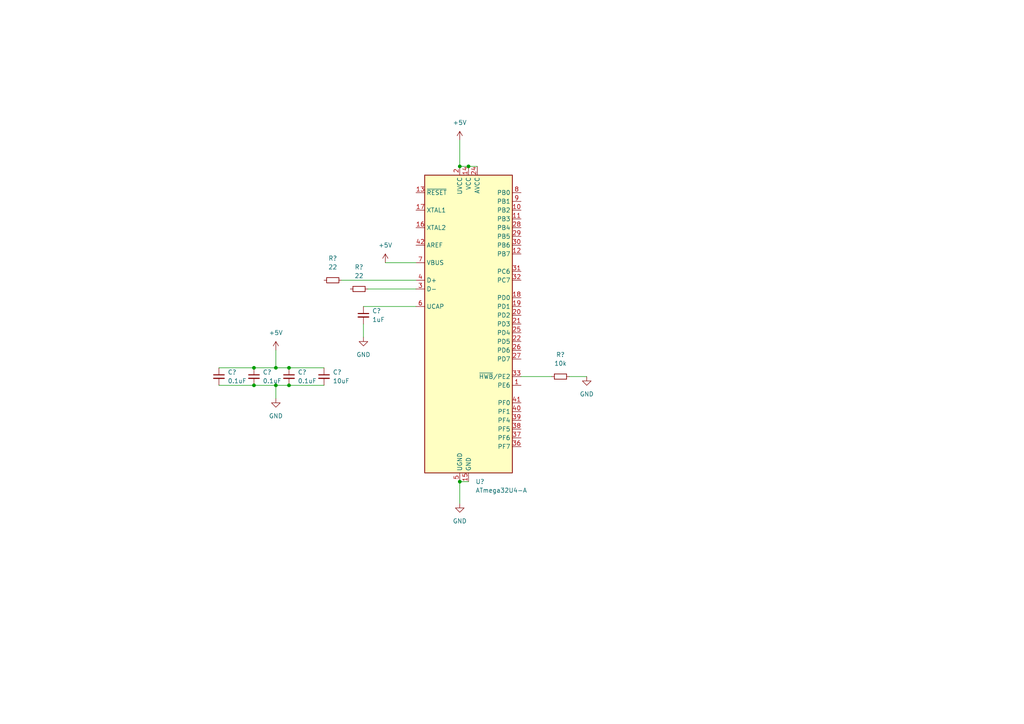
<source format=kicad_sch>
(kicad_sch (version 20211123) (generator eeschema)
  (paper "A4")
  (lib_symbols
    (symbol "Device:C_Small" (pin_numbers hide) (pin_names (offset 0.254) hide)
      (property "Reference" "C" (at 0.254 1.778 0))
      (property "Value" "C_Small" (at 0.254 -2.032 0))
      (symbol "C_Small_0_1"
        (polyline (pts (xy -1.524 -0.508) (xy 1.524 -0.508)) (stroke (width 0.3302)))
        (polyline (pts (xy -1.524 0.508) (xy 1.524 0.508)) (stroke (width 0.3048)))
      )
      (symbol "C_Small_1_1"
        (pin passive line (at 0 2.54 270) (length 2.032) (name "~") (number "1"))
        (pin passive line (at 0 -2.54 90) (length 2.032) (name "~") (number "2"))
      )
    )
    (symbol "Device:R_Small" (pin_numbers hide) (pin_names (offset 0.254) hide)
      (property "Reference" "R" (at 0.762 0.508 0))
      (property "Value" "R_Small" (at 0.762 -1.016 0))
      (symbol "R_Small_0_1"
        (rectangle (start -0.762 1.778) (end 0.762 -1.778) (stroke (width 0.2032)))
      )
      (symbol "R_Small_1_1"
        (pin passive line (at 0 2.54 270) (length 0.762) (name "~") (number "1"))
        (pin passive line (at 0 -2.54 90) (length 0.762) (name "~") (number "2"))
      )
    )
    (symbol "MCU_Microchip_ATmega:ATmega32U4-A"
      (property "Reference" "U" (at -12.7 44.45 0))
      (property "Value" "ATmega32U4-A" (at 2.54 -44.45 0))
      (symbol "ATmega32U4-A_0_1"
        (rectangle (start -12.7 -43.18) (end 12.7 43.18) (stroke (width 0.254)) (fill (type background)))
      )
      (symbol "ATmega32U4-A_1_1"
        (pin bidirectional line (at 15.24 -17.78 180) (length 2.54) (name "PE6") (number "1"))
        (pin bidirectional line (at 15.24 33.02 180) (length 2.54) (name "PB2") (number "10"))
        (pin bidirectional line (at 15.24 30.48 180) (length 2.54) (name "PB3") (number "11"))
        (pin bidirectional line (at 15.24 20.32 180) (length 2.54) (name "PB7") (number "12"))
        (pin input line (at -15.24 38.1 0) (length 2.54) (name "~{RESET}") (number "13"))
        (pin power_in line (at 0 45.72 270) (length 2.54) (name "VCC") (number "14"))
        (pin power_in line (at 0 -45.72 90) (length 2.54) (name "GND") (number "15"))
        (pin output line (at -15.24 27.94 0) (length 2.54) (name "XTAL2") (number "16"))
        (pin input line (at -15.24 33.02 0) (length 2.54) (name "XTAL1") (number "17"))
        (pin bidirectional line (at 15.24 7.62 180) (length 2.54) (name "PD0") (number "18"))
        (pin bidirectional line (at 15.24 5.08 180) (length 2.54) (name "PD1") (number "19"))
        (pin power_in line (at -2.54 45.72 270) (length 2.54) (name "UVCC") (number "2"))
        (pin bidirectional line (at 15.24 2.54 180) (length 2.54) (name "PD2") (number "20"))
        (pin bidirectional line (at 15.24 0 180) (length 2.54) (name "PD3") (number "21"))
        (pin bidirectional line (at 15.24 -5.08 180) (length 2.54) (name "PD5") (number "22"))
        (pin passive line (at 0 -45.72 90) (length 2.54) hide (name "GND") (number "23"))
        (pin power_in line (at 2.54 45.72 270) (length 2.54) (name "AVCC") (number "24"))
        (pin bidirectional line (at 15.24 -2.54 180) (length 2.54) (name "PD4") (number "25"))
        (pin bidirectional line (at 15.24 -7.62 180) (length 2.54) (name "PD6") (number "26"))
        (pin bidirectional line (at 15.24 -10.16 180) (length 2.54) (name "PD7") (number "27"))
        (pin bidirectional line (at 15.24 27.94 180) (length 2.54) (name "PB4") (number "28"))
        (pin bidirectional line (at 15.24 25.4 180) (length 2.54) (name "PB5") (number "29"))
        (pin bidirectional line (at -15.24 10.16 0) (length 2.54) (name "D-") (number "3"))
        (pin bidirectional line (at 15.24 22.86 180) (length 2.54) (name "PB6") (number "30"))
        (pin bidirectional line (at 15.24 15.24 180) (length 2.54) (name "PC6") (number "31"))
        (pin bidirectional line (at 15.24 12.7 180) (length 2.54) (name "PC7") (number "32"))
        (pin bidirectional line (at 15.24 -15.24 180) (length 2.54) (name "~{HWB}/PE2") (number "33"))
        (pin passive line (at 0 45.72 270) (length 2.54) hide (name "VCC") (number "34"))
        (pin passive line (at 0 -45.72 90) (length 2.54) hide (name "GND") (number "35"))
        (pin bidirectional line (at 15.24 -35.56 180) (length 2.54) (name "PF7") (number "36"))
        (pin bidirectional line (at 15.24 -33.02 180) (length 2.54) (name "PF6") (number "37"))
        (pin bidirectional line (at 15.24 -30.48 180) (length 2.54) (name "PF5") (number "38"))
        (pin bidirectional line (at 15.24 -27.94 180) (length 2.54) (name "PF4") (number "39"))
        (pin bidirectional line (at -15.24 12.7 0) (length 2.54) (name "D+") (number "4"))
        (pin bidirectional line (at 15.24 -25.4 180) (length 2.54) (name "PF1") (number "40"))
        (pin bidirectional line (at 15.24 -22.86 180) (length 2.54) (name "PF0") (number "41"))
        (pin passive line (at -15.24 22.86 0) (length 2.54) (name "AREF") (number "42"))
        (pin passive line (at 0 -45.72 90) (length 2.54) hide (name "GND") (number "43"))
        (pin passive line (at 2.54 45.72 270) (length 2.54) hide (name "AVCC") (number "44"))
        (pin passive line (at -2.54 -45.72 90) (length 2.54) (name "UGND") (number "5"))
        (pin passive line (at -15.24 5.08 0) (length 2.54) (name "UCAP") (number "6"))
        (pin input line (at -15.24 17.78 0) (length 2.54) (name "VBUS") (number "7"))
        (pin bidirectional line (at 15.24 38.1 180) (length 2.54) (name "PB0") (number "8"))
        (pin bidirectional line (at 15.24 35.56 180) (length 2.54) (name "PB1") (number "9"))
      )
    )
    (symbol "power:+5V" (power) (pin_names (offset 0))
      (property "Value" "+5V" (at 0 3.556 0))
      (symbol "+5V_0_1"
        (polyline (pts (xy -0.762 1.27) (xy 0 2.54)))
        (polyline (pts (xy 0 0) (xy 0 2.54)))
        (polyline (pts (xy 0 2.54) (xy 0.762 1.27)))
      )
      (symbol "+5V_1_1"
        (pin power_in line (at 0 0 90) (length 0) hide (name "+5V") (number "1"))
      )
    )
    (symbol "power:GND" (power) (pin_names (offset 0))
      (property "Value" "GND" (at 0 -3.81 0))
      (symbol "GND_0_1"
        (polyline (pts (xy 0 0) (xy 0 -1.27) (xy 1.27 -1.27) (xy 0 -2.54) (xy -1.27 -1.27) (xy 0 -1.27)))
      )
      (symbol "GND_1_1"
        (pin power_in line (at 0 0 270) (length 0) hide (name "GND") (number "1"))
      )
    )
  )
  (junction (at 80.01 106.68))
  (junction (at 73.66 111.76))
  (junction (at 133.35 139.7))
  (junction (at 73.66 106.68))
  (junction (at 133.35 48.26))
  (junction (at 83.82 106.68))
  (junction (at 80.01 111.76))
  (junction (at 135.89 48.26))
  (junction (at 83.82 111.76))
  (wire (pts (xy 133.35 139.7) (xy 133.35 146.05)))
  (wire (pts (xy 63.5 106.68) (xy 73.66 106.68)))
  (wire (pts (xy 106.68 83.82) (xy 120.65 83.82)))
  (wire (pts (xy 105.41 93.98) (xy 105.41 97.79)))
  (wire (pts (xy 133.35 48.26) (xy 135.89 48.26)))
  (wire (pts (xy 83.82 106.68) (xy 93.98 106.68)))
  (wire (pts (xy 135.89 48.26) (xy 138.43 48.26)))
  (wire (pts (xy 80.01 111.76) (xy 83.82 111.76)))
  (wire (pts (xy 133.35 40.64) (xy 133.35 48.26)))
  (wire (pts (xy 63.5 111.76) (xy 73.66 111.76)))
  (wire (pts (xy 73.66 106.68) (xy 80.01 106.68)))
  (wire (pts (xy 83.82 111.76) (xy 93.98 111.76)))
  (wire (pts (xy 151.13 109.22) (xy 160.02 109.22)))
  (wire (pts (xy 111.76 76.2) (xy 120.65 76.2)))
  (wire (pts (xy 73.66 111.76) (xy 80.01 111.76)))
  (wire (pts (xy 80.01 106.68) (xy 83.82 106.68)))
  (wire (pts (xy 99.06 81.28) (xy 120.65 81.28)))
  (wire (pts (xy 165.1 109.22) (xy 170.18 109.22)))
  (wire (pts (xy 133.35 139.7) (xy 135.89 139.7)))
  (wire (pts (xy 80.01 111.76) (xy 80.01 115.57)))
  (wire (pts (xy 80.01 101.6) (xy 80.01 106.68)))
  (wire (pts (xy 105.41 88.9) (xy 120.65 88.9)))
  (symbol (lib_id "Device:R_Small") (at 104.14 83.82 90) (mirror x) (unit 1)
    (property "Reference" "R?" (at 104.14 77.47 90))
    (property "Value" "22" (at 104.14 80.01 90))
  )
  (symbol (lib_id "Device:C_Small") (at 63.5 109.22 0) (unit 1)
    (property "Reference" "C?" (at 66.04 107.9562 0) (effects (justify left)))
    (property "Value" "0.1uF" (at 66.04 110.4962 0) (effects (justify left)))
  )
  (symbol (lib_id "Device:C_Small") (at 73.66 109.22 0) (unit 1)
    (property "Reference" "C?" (at 76.2 107.9562 0) (effects (justify left)))
    (property "Value" "0.1uF" (at 76.2 110.4962 0) (effects (justify left)))
  )
  (symbol (lib_id "power:+5V") (at 111.76 76.2 0) (unit 1)
    (property "Reference" "#PWR?" (effects hide))
    (property "Value" "+5V" (at 111.76 71.12 0))
  )
  (symbol (lib_id "MCU_Microchip_ATmega:ATmega32U4-A") (at 135.89 93.98 0) (unit 1)
    (property "Reference" "U?" (at 137.9094 139.7 0) (effects (justify left)))
    (property "Value" "ATmega32U4-A" (at 137.9094 142.24 0) (effects (justify left)))
    (property "Footprint" "Package_QFP:TQFP-44_10x10mm_P0.8mm" (effects hide))
    (property "Datasheet" "http://ww1.microchip.com/downloads/en/DeviceDoc/Atmel-7766-8-bit-AVR-ATmega16U4-32U4_Datasheet.pdf" (effects hide))
  )
  (symbol (lib_id "Device:C_Small") (at 93.98 109.22 0) (unit 1)
    (property "Reference" "C?" (at 96.52 107.9562 0) (effects (justify left)))
    (property "Value" "10uF" (at 96.52 110.4962 0) (effects (justify left)))
  )
  (symbol (lib_id "power:+5V") (at 80.01 101.6 0) (unit 1)
    (property "Reference" "#PWR?" (effects hide))
    (property "Value" "+5V" (at 80.01 96.52 0))
  )
  (symbol (lib_id "Device:R_Small") (at 162.56 109.22 90) (unit 1)
    (property "Reference" "R?" (at 162.56 102.87 90))
    (property "Value" "10k" (at 162.56 105.41 90))
  )
  (symbol (lib_id "Device:C_Small") (at 105.41 91.44 0) (unit 1)
    (property "Reference" "C?" (at 107.95 90.1762 0) (effects (justify left)))
    (property "Value" "1uF" (at 107.95 92.7162 0) (effects (justify left)))
  )
  (symbol (lib_id "power:GND") (at 105.41 97.79 0) (unit 1)
    (property "Reference" "#PWR?" (effects hide))
    (property "Value" "GND" (at 105.41 102.87 0))
  )
  (symbol (lib_id "power:GND") (at 170.18 109.22 0) (unit 1)
    (property "Reference" "#PWR?" (effects hide))
    (property "Value" "GND" (at 170.18 114.3 0))
  )
  (symbol (lib_id "power:GND") (at 80.01 115.57 0) (unit 1)
    (property "Reference" "#PWR?" (effects hide))
    (property "Value" "GND" (at 80.01 120.65 0))
  )
  (symbol (lib_id "power:GND") (at 133.35 146.05 0) (unit 1)
    (property "Reference" "#PWR?" (effects hide))
    (property "Value" "GND" (at 133.35 151.13 0))
  )
  (symbol (lib_id "Device:C_Small") (at 83.82 109.22 0) (unit 1)
    (property "Reference" "C?" (at 86.36 107.9562 0) (effects (justify left)))
    (property "Value" "0.1uF" (at 86.36 110.4962 0) (effects (justify left)))
  )
  (symbol (lib_id "power:+5V") (at 133.35 40.64 0) (unit 1)
    (property "Reference" "#PWR?" (effects hide))
    (property "Value" "+5V" (at 133.35 35.56 0))
  )
  (symbol (lib_id "Device:R_Small") (at 96.52 81.28 90) (unit 1)
    (property "Reference" "R?" (at 96.52 74.93 90))
    (property "Value" "22" (at 96.52 77.47 90))
  )
)
</source>
